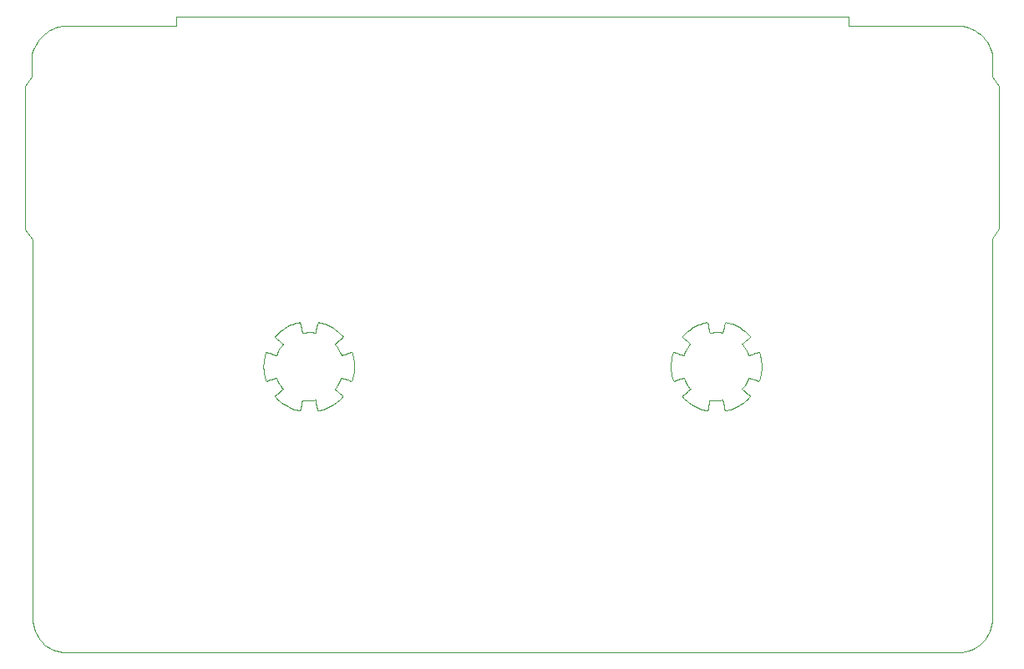
<source format=gbr>
G04 #@! TF.GenerationSoftware,KiCad,Pcbnew,5.1.2-f72e74a~84~ubuntu16.04.1*
G04 #@! TF.CreationDate,2019-05-11T14:37:21+08:00*
G04 #@! TF.ProjectId,MixtapeNEO-3000,4d697874-6170-4654-9e45-4f2d33303030,rev?*
G04 #@! TF.SameCoordinates,Original*
G04 #@! TF.FileFunction,Profile,NP*
%FSLAX46Y46*%
G04 Gerber Fmt 4.6, Leading zero omitted, Abs format (unit mm)*
G04 Created by KiCad (PCBNEW 5.1.2-f72e74a~84~ubuntu16.04.1) date 2019-05-11 14:37:21*
%MOMM*%
%LPD*%
G04 APERTURE LIST*
%ADD10C,0.100000*%
G04 APERTURE END LIST*
D10*
X115926808Y-67708453D02*
X115926808Y-67708453D01*
X184104545Y-67708453D02*
X115926808Y-67708453D01*
X184104545Y-68683069D02*
X184104545Y-67708453D01*
X195201687Y-68683069D02*
X184104545Y-68683069D01*
X195562167Y-68702121D02*
X195201687Y-68683069D01*
X195911634Y-68757941D02*
X195562167Y-68702121D01*
X196248381Y-68848523D02*
X195911634Y-68757941D01*
X196570702Y-68971860D02*
X196248381Y-68848523D01*
X196876889Y-69125948D02*
X196570702Y-68971860D01*
X197165235Y-69308781D02*
X196876889Y-69125948D01*
X197434034Y-69518353D02*
X197165235Y-69308781D01*
X197681578Y-69752659D02*
X197434034Y-69518353D01*
X197906161Y-70009691D02*
X197681578Y-69752659D01*
X198106075Y-70287447D02*
X197906161Y-70009691D01*
X198279614Y-70583918D02*
X198106075Y-70287447D01*
X198425069Y-70897099D02*
X198279614Y-70583918D01*
X198540736Y-71224986D02*
X198425069Y-70897099D01*
X198624905Y-71565572D02*
X198540736Y-71224986D01*
X198675872Y-71916851D02*
X198624905Y-71565572D01*
X198691928Y-72276819D02*
X198675872Y-71916851D01*
X198691928Y-72280719D02*
X198691928Y-72276819D01*
X198691928Y-73491656D02*
X198691928Y-72280719D01*
X198691928Y-73860796D02*
X198691928Y-73491656D01*
X199348178Y-74737749D02*
X198691928Y-73860796D01*
X199322778Y-89257280D02*
X199348178Y-74737749D01*
X198668478Y-90274858D02*
X199322778Y-89257280D01*
X198668478Y-91104936D02*
X198668478Y-90274858D01*
X198668478Y-128752846D02*
X198668478Y-91104936D01*
X198650738Y-129110207D02*
X198668478Y-128752846D01*
X198598648Y-129458089D02*
X198650738Y-129110207D01*
X198513878Y-129794619D02*
X198598648Y-129458089D01*
X198398109Y-130117924D02*
X198513878Y-129794619D01*
X198253018Y-130426130D02*
X198398109Y-130117924D01*
X198080283Y-130717364D02*
X198253018Y-130426130D01*
X197881583Y-130989753D02*
X198080283Y-130717364D01*
X197658595Y-131241422D02*
X197881583Y-130989753D01*
X197412996Y-131470500D02*
X197658595Y-131241422D01*
X197146466Y-131675112D02*
X197412996Y-131470500D01*
X196860682Y-131853384D02*
X197146466Y-131675112D01*
X196557322Y-132003445D02*
X196860682Y-131853384D01*
X196238063Y-132123420D02*
X196557322Y-132003445D01*
X195904584Y-132211430D02*
X196238063Y-132123420D01*
X195558563Y-132265610D02*
X195904584Y-132211430D01*
X195201677Y-132284090D02*
X195558563Y-132265610D01*
X104740740Y-132284090D02*
X195201677Y-132284090D01*
X104385231Y-132265210D02*
X104740740Y-132284090D01*
X104043093Y-132209920D02*
X104385231Y-132265210D01*
X103715633Y-132120270D02*
X104043093Y-132209920D01*
X103404158Y-131998293D02*
X103715633Y-132120270D01*
X103109975Y-131846036D02*
X103404158Y-131998293D01*
X102834392Y-131665541D02*
X103109975Y-131846036D01*
X102578717Y-131458850D02*
X102834392Y-131665541D01*
X102344256Y-131228005D02*
X102578717Y-131458850D01*
X102132316Y-130975049D02*
X102344256Y-131228005D01*
X101944206Y-130702022D02*
X102132316Y-130975049D01*
X101781233Y-130410968D02*
X101944206Y-130702022D01*
X101644704Y-130103929D02*
X101781233Y-130410968D01*
X101535927Y-129782946D02*
X101644704Y-130103929D01*
X101456208Y-129450062D02*
X101535927Y-129782946D01*
X101406855Y-129107319D02*
X101456208Y-129450062D01*
X101389176Y-128756759D02*
X101406855Y-129107319D01*
X101389176Y-128754759D02*
X101389176Y-128756759D01*
X101389176Y-91841264D02*
X101389176Y-128754759D01*
X101389176Y-90306108D02*
X101389176Y-91841264D01*
X100617691Y-89290483D02*
X101389176Y-90306108D01*
X100590351Y-74735796D02*
X100617691Y-89290483D01*
X101256368Y-73858843D02*
X100590351Y-74735796D01*
X101256368Y-73593218D02*
X101256368Y-73858843D01*
X101256368Y-72276812D02*
X101256368Y-73593218D01*
X101274072Y-71917836D02*
X101256368Y-72276812D01*
X101326092Y-71567293D02*
X101274072Y-71917836D01*
X101410790Y-71227214D02*
X101326092Y-71567293D01*
X101526530Y-70899632D02*
X101410790Y-71227214D01*
X101671674Y-70586578D02*
X101526530Y-70899632D01*
X101844586Y-70290085D02*
X101671674Y-70586578D01*
X102043628Y-70012184D02*
X101844586Y-70290085D01*
X102267164Y-69754909D02*
X102043628Y-70012184D01*
X102513555Y-69520290D02*
X102267164Y-69754909D01*
X102781165Y-69310361D02*
X102513555Y-69520290D01*
X103068357Y-69127154D02*
X102781165Y-69310361D01*
X103373494Y-68972700D02*
X103068357Y-69127154D01*
X103694938Y-68849031D02*
X103373494Y-68972700D01*
X104031052Y-68758181D02*
X103694938Y-68849031D01*
X104380200Y-68702180D02*
X104031052Y-68758181D01*
X104740743Y-68683062D02*
X104380200Y-68702180D01*
X115926808Y-68683062D02*
X104740743Y-68683062D01*
X115926808Y-67708453D02*
X115926808Y-68683062D01*
X171501473Y-98968091D02*
X171501477Y-98968086D01*
X171501473Y-98968091D02*
X171501473Y-98968091D01*
X171541943Y-98862500D02*
X171501473Y-98968091D01*
X171580543Y-98789210D02*
X171541943Y-98862500D01*
X171607313Y-98767260D02*
X171580543Y-98789210D01*
X171643423Y-98756490D02*
X171607313Y-98767260D01*
X171756722Y-98772640D02*
X171643423Y-98756490D01*
X171938263Y-98821330D02*
X171756722Y-98772640D01*
X172117202Y-98877250D02*
X171938263Y-98821330D01*
X172293362Y-98940280D02*
X172117202Y-98877250D01*
X172466533Y-99010300D02*
X172293362Y-98940280D01*
X172636513Y-99087200D02*
X172466533Y-99010300D01*
X172803112Y-99170860D02*
X172636513Y-99087200D01*
X172966122Y-99261160D02*
X172803112Y-99170860D01*
X173125342Y-99357990D02*
X172966122Y-99261160D01*
X173280563Y-99461227D02*
X173125342Y-99357990D01*
X173431593Y-99570760D02*
X173280563Y-99461227D01*
X173578233Y-99686469D02*
X173431593Y-99570760D01*
X173720282Y-99808239D02*
X173578233Y-99686469D01*
X173857523Y-99935950D02*
X173720282Y-99808239D01*
X173989783Y-100069488D02*
X173857523Y-99935950D01*
X174116823Y-100208737D02*
X173989783Y-100069488D01*
X174074423Y-100274367D02*
X174116823Y-100208737D01*
X173950924Y-100382887D02*
X174074423Y-100274367D01*
X173827934Y-100491407D02*
X173950924Y-100382887D01*
X173704424Y-100599927D02*
X173827934Y-100491407D01*
X173580914Y-100707930D02*
X173704424Y-100599927D01*
X173457414Y-100816966D02*
X173580914Y-100707930D01*
X173333913Y-100925483D02*
X173457414Y-100816966D01*
X173285313Y-100968373D02*
X173333913Y-100925483D01*
X173332313Y-101019533D02*
X173285313Y-100968373D01*
X173540564Y-101296520D02*
X173332313Y-101019533D01*
X173670784Y-101504774D02*
X173540564Y-101296520D01*
X173829434Y-101813799D02*
X173670784Y-101504774D01*
X173947777Y-102116100D02*
X173829434Y-101813799D01*
X174006177Y-102096460D02*
X173947777Y-102116100D01*
X174162757Y-102043760D02*
X174006177Y-102096460D01*
X174318817Y-101991050D02*
X174162757Y-102043760D01*
X174475397Y-101937820D02*
X174318817Y-101991050D01*
X174631457Y-101885110D02*
X174475397Y-101937820D01*
X174788037Y-101832400D02*
X174631457Y-101885110D01*
X174944617Y-101779180D02*
X174788037Y-101832400D01*
X175027317Y-101801420D02*
X174944617Y-101779180D01*
X175055517Y-101888680D02*
X175027317Y-101801420D01*
X175081917Y-101976430D02*
X175055517Y-101888680D01*
X175106617Y-102064630D02*
X175081917Y-101976430D01*
X175129517Y-102153260D02*
X175106617Y-102064630D01*
X175150617Y-102242300D02*
X175129517Y-102153260D01*
X175169917Y-102331710D02*
X175150617Y-102242300D01*
X175187417Y-102421470D02*
X175169917Y-102331710D01*
X175203217Y-102511560D02*
X175187417Y-102421470D01*
X175217217Y-102601940D02*
X175203217Y-102511560D01*
X175229417Y-102692590D02*
X175217217Y-102601940D01*
X175239817Y-102783480D02*
X175229417Y-102692590D01*
X175248817Y-102874580D02*
X175239817Y-102783480D01*
X175255817Y-102965880D02*
X175248817Y-102874580D01*
X175260817Y-103057330D02*
X175255817Y-102965880D01*
X175263817Y-103148920D02*
X175260817Y-103057330D01*
X175264817Y-103240620D02*
X175263817Y-103148920D01*
X175263817Y-103333180D02*
X175264817Y-103240620D01*
X175260817Y-103425640D02*
X175263817Y-103333180D01*
X175255817Y-103517960D02*
X175260817Y-103425640D01*
X175248817Y-103610120D02*
X175255817Y-103517960D01*
X175239817Y-103702090D02*
X175248817Y-103610120D01*
X175229417Y-103793840D02*
X175239817Y-103702090D01*
X175217217Y-103885340D02*
X175229417Y-103793840D01*
X175203117Y-103976570D02*
X175217217Y-103885340D01*
X175187217Y-104067500D02*
X175203117Y-103976570D01*
X175169517Y-104158100D02*
X175187217Y-104067500D01*
X175149917Y-104248350D02*
X175169517Y-104158100D01*
X175128517Y-104338210D02*
X175149917Y-104248350D01*
X175105317Y-104427660D02*
X175128517Y-104338210D01*
X175080317Y-104516670D02*
X175105317Y-104427660D01*
X175053517Y-104605210D02*
X175080317Y-104516670D01*
X175024917Y-104693260D02*
X175053517Y-104605210D01*
X174944817Y-104713920D02*
X175024917Y-104693260D01*
X174787197Y-104660690D02*
X174944817Y-104713920D01*
X174629067Y-104607470D02*
X174787197Y-104660690D01*
X174471467Y-104553720D02*
X174629067Y-104607470D01*
X174313847Y-104501010D02*
X174471467Y-104553720D01*
X174156237Y-104447270D02*
X174313847Y-104501010D01*
X173998107Y-104394040D02*
X174156237Y-104447270D01*
X173941307Y-104374910D02*
X173998107Y-104394040D01*
X173892707Y-104516504D02*
X173941307Y-104374910D01*
X173749047Y-104832765D02*
X173892707Y-104516504D01*
X173574897Y-105132489D02*
X173749047Y-104832765D01*
X173371807Y-105413608D02*
X173574897Y-105132489D01*
X173279307Y-105520061D02*
X173371807Y-105413608D01*
X173325307Y-105560881D02*
X173279307Y-105520061D01*
X173449847Y-105670954D02*
X173325307Y-105560881D01*
X173575417Y-105780507D02*
X173449847Y-105670954D01*
X173700477Y-105890579D02*
X173575417Y-105780507D01*
X173825016Y-106000648D02*
X173700477Y-105890579D01*
X173950066Y-106110721D02*
X173825016Y-106000648D01*
X174075646Y-106219757D02*
X173950066Y-106110721D01*
X174095846Y-106296757D02*
X174075646Y-106219757D01*
X173969816Y-106432585D02*
X174095846Y-106296757D01*
X173838816Y-106562861D02*
X173969816Y-106432585D01*
X173703016Y-106687480D02*
X173838816Y-106562861D01*
X173562606Y-106806320D02*
X173703016Y-106687480D01*
X173417796Y-106919280D02*
X173562606Y-106806320D01*
X173268766Y-107026253D02*
X173417796Y-106919280D01*
X173115706Y-107127122D02*
X173268766Y-107026253D01*
X172958806Y-107221772D02*
X173115706Y-107127122D01*
X172798266Y-107310112D02*
X172958806Y-107221772D01*
X172634276Y-107392012D02*
X172798266Y-107310112D01*
X172467026Y-107467372D02*
X172634276Y-107392012D01*
X172296696Y-107536072D02*
X172467026Y-107467372D01*
X172123486Y-107598012D02*
X172296696Y-107536072D01*
X171947596Y-107653072D02*
X172123486Y-107598012D01*
X171769206Y-107701152D02*
X171947596Y-107653072D01*
X171588505Y-107742142D02*
X171769206Y-107701152D01*
X171534205Y-107686852D02*
X171588505Y-107742142D01*
X171502205Y-107525105D02*
X171534205Y-107686852D01*
X171469605Y-107362841D02*
X171502205Y-107525105D01*
X171437005Y-107201094D02*
X171469605Y-107362841D01*
X171404405Y-107039350D02*
X171437005Y-107201094D01*
X171371805Y-106876567D02*
X171404405Y-107039350D01*
X171339805Y-106714819D02*
X171371805Y-106876567D01*
X171325905Y-106645569D02*
X171339805Y-106714819D01*
X171092856Y-106685879D02*
X171325905Y-106645569D01*
X170746105Y-106710659D02*
X171092856Y-106685879D01*
X170399875Y-106701859D02*
X170746105Y-106710659D01*
X170055196Y-106657939D02*
X170399875Y-106701859D01*
X170002996Y-106647099D02*
X170055196Y-106657939D01*
X169987996Y-106720479D02*
X170002996Y-106647099D01*
X169955996Y-106881193D02*
X169987996Y-106720479D01*
X169923996Y-107042421D02*
X169955996Y-106881193D01*
X169891396Y-107203658D02*
X169923996Y-107042421D01*
X169858796Y-107364886D02*
X169891396Y-107203658D01*
X169826796Y-107526633D02*
X169858796Y-107364886D01*
X169794196Y-107687863D02*
X169826796Y-107526633D01*
X169737396Y-107745743D02*
X169794196Y-107687863D01*
X169556766Y-107704423D02*
X169737396Y-107745743D01*
X169378455Y-107656013D02*
X169556766Y-107704423D01*
X169202655Y-107600623D02*
X169378455Y-107656013D01*
X169029555Y-107538363D02*
X169202655Y-107600623D01*
X168859356Y-107469343D02*
X169029555Y-107538363D01*
X168692236Y-107393673D02*
X168859356Y-107469343D01*
X168528386Y-107311473D02*
X168692236Y-107393673D01*
X168368006Y-107222843D02*
X168528386Y-107311473D01*
X168211276Y-107127893D02*
X168368006Y-107222843D01*
X168058396Y-107026739D02*
X168211276Y-107127893D01*
X167909556Y-106919492D02*
X168058396Y-107026739D01*
X167764946Y-106806259D02*
X167909556Y-106919492D01*
X167624756Y-106687149D02*
X167764946Y-106806259D01*
X167489186Y-106562283D02*
X167624756Y-106687149D01*
X167358416Y-106431761D02*
X167489186Y-106562283D01*
X167232636Y-106295696D02*
X167358416Y-106431761D01*
X167253336Y-106220246D02*
X167232636Y-106295696D01*
X167376846Y-106111726D02*
X167253336Y-106220246D01*
X167499836Y-106003206D02*
X167376846Y-106111726D01*
X167623336Y-105894683D02*
X167499836Y-106003206D01*
X167746846Y-105786165D02*
X167623336Y-105894683D01*
X167870356Y-105677642D02*
X167746846Y-105786165D01*
X167993856Y-105569122D02*
X167870356Y-105677642D01*
X168050156Y-105520032D02*
X167993856Y-105569122D01*
X167996956Y-105462152D02*
X168050156Y-105520032D01*
X167788186Y-105184651D02*
X167996956Y-105462152D01*
X167657966Y-104976394D02*
X167788186Y-105184651D01*
X167500346Y-104667885D02*
X167657966Y-104976394D01*
X167385106Y-104375399D02*
X167500346Y-104667885D01*
X167322006Y-104396589D02*
X167385106Y-104375399D01*
X167165946Y-104449819D02*
X167322006Y-104396589D01*
X167009366Y-104502529D02*
X167165946Y-104449819D01*
X166853306Y-104555239D02*
X167009366Y-104502529D01*
X166696726Y-104607949D02*
X166853306Y-104555239D01*
X166540146Y-104660659D02*
X166696726Y-104607949D01*
X166384086Y-104713889D02*
X166540146Y-104660659D01*
X166305486Y-104693229D02*
X166384086Y-104713889D01*
X166276786Y-104605199D02*
X166305486Y-104693229D01*
X166249886Y-104516669D02*
X166276786Y-104605199D01*
X166224786Y-104427679D02*
X166249886Y-104516669D01*
X166201486Y-104338239D02*
X166224786Y-104427679D01*
X166179986Y-104248389D02*
X166201486Y-104338239D01*
X166160286Y-104158159D02*
X166179986Y-104248389D01*
X166142386Y-104067559D02*
X166160286Y-104158159D01*
X166126286Y-103976629D02*
X166142386Y-104067559D01*
X166112086Y-103885399D02*
X166126286Y-103976629D01*
X166099686Y-103793889D02*
X166112086Y-103885399D01*
X166089086Y-103702129D02*
X166099686Y-103793889D01*
X166080086Y-103610149D02*
X166089086Y-103702129D01*
X166073086Y-103517979D02*
X166080086Y-103610149D01*
X166068086Y-103425649D02*
X166073086Y-103517979D01*
X166065086Y-103333179D02*
X166068086Y-103425649D01*
X166064086Y-103240599D02*
X166065086Y-103333179D01*
X166065086Y-103148989D02*
X166064086Y-103240599D01*
X166068086Y-103057489D02*
X166065086Y-103148989D01*
X166073086Y-102966119D02*
X166068086Y-103057489D01*
X166080086Y-102874909D02*
X166073086Y-102966119D01*
X166088086Y-102783879D02*
X166080086Y-102874909D01*
X166098286Y-102693059D02*
X166088086Y-102783879D01*
X166110286Y-102602479D02*
X166098286Y-102693059D01*
X166124086Y-102512169D02*
X166110286Y-102602479D01*
X166139686Y-102422149D02*
X166124086Y-102512169D01*
X166157086Y-102332449D02*
X166139686Y-102422149D01*
X166176286Y-102243089D02*
X166157086Y-102332449D01*
X166197286Y-102154109D02*
X166176286Y-102243089D01*
X166219986Y-102065529D02*
X166197286Y-102154109D01*
X166244486Y-101977369D02*
X166219986Y-102065529D01*
X166270786Y-101889669D02*
X166244486Y-101977369D01*
X166298786Y-101802449D02*
X166270786Y-101889669D01*
X166384086Y-101779729D02*
X166298786Y-101802449D01*
X166541696Y-101832949D02*
X166384086Y-101779729D01*
X166699316Y-101886179D02*
X166541696Y-101832949D01*
X166856926Y-101939409D02*
X166699316Y-101886179D01*
X167014536Y-101992639D02*
X166856926Y-101939409D01*
X167172147Y-102045869D02*
X167014536Y-101992639D01*
X167330277Y-102099099D02*
X167172147Y-102045869D01*
X167383477Y-102117189D02*
X167330277Y-102099099D01*
X167435677Y-101964744D02*
X167383477Y-102117189D01*
X167579347Y-101649002D02*
X167435677Y-101964744D01*
X167754007Y-101348760D02*
X167579347Y-101649002D01*
X167957097Y-101067641D02*
X167754007Y-101348760D01*
X168042897Y-100968421D02*
X167957097Y-101067641D01*
X168002597Y-100932771D02*
X168042897Y-100968421D01*
X167878057Y-100823215D02*
X168002597Y-100932771D01*
X167752477Y-100713659D02*
X167878057Y-100823215D01*
X167627937Y-100603590D02*
X167752477Y-100713659D01*
X167503397Y-100493520D02*
X167627937Y-100603590D01*
X167378347Y-100383964D02*
X167503397Y-100493520D01*
X167253807Y-100273895D02*
X167378347Y-100383964D01*
X167229507Y-100188115D02*
X167253807Y-100273895D01*
X167355227Y-100052440D02*
X167229507Y-100188115D01*
X167485927Y-99922290D02*
X167355227Y-100052440D01*
X167621407Y-99797779D02*
X167485927Y-99922290D01*
X167761477Y-99679017D02*
X167621407Y-99797779D01*
X167905947Y-99566112D02*
X167761477Y-99679017D01*
X168054627Y-99459172D02*
X167905947Y-99566112D01*
X168207327Y-99358314D02*
X168054627Y-99459172D01*
X168363857Y-99263644D02*
X168207327Y-99358314D01*
X168524026Y-99175274D02*
X168363857Y-99263644D01*
X168687647Y-99093304D02*
X168524026Y-99175274D01*
X168854526Y-99017854D02*
X168687647Y-99093304D01*
X169024476Y-98949034D02*
X168854526Y-99017854D01*
X169197296Y-98886944D02*
X169024476Y-98949034D01*
X169372826Y-98831704D02*
X169197296Y-98886944D01*
X169550836Y-98783424D02*
X169372826Y-98831704D01*
X169731166Y-98742204D02*
X169550836Y-98783424D01*
X169795266Y-98806284D02*
X169731166Y-98742204D01*
X169827866Y-98968545D02*
X169795266Y-98806284D01*
X169859866Y-99130811D02*
X169827866Y-98968545D01*
X169892466Y-99293075D02*
X169859866Y-99130811D01*
X169925066Y-99454822D02*
X169892466Y-99293075D01*
X169957666Y-99617086D02*
X169925066Y-99454822D01*
X169990266Y-99778833D02*
X169957666Y-99617086D01*
X170002766Y-99836763D02*
X169990266Y-99778833D01*
X170236856Y-99795933D02*
X170002766Y-99836763D01*
X170582566Y-99770613D02*
X170236856Y-99795933D01*
X170929836Y-99779413D02*
X170582566Y-99770613D01*
X171273477Y-99823333D02*
X170929836Y-99779413D01*
X171327777Y-99834703D02*
X171273477Y-99823333D01*
X171340177Y-99773723D02*
X171327777Y-99834703D01*
X171371677Y-99613009D02*
X171340177Y-99773723D01*
X171404277Y-99451778D02*
X171371677Y-99613009D01*
X171436277Y-99290544D02*
X171404277Y-99451778D01*
X171468877Y-99129314D02*
X171436277Y-99290544D01*
X171501477Y-98968086D02*
X171468877Y-99129314D01*
X130209937Y-98968091D02*
X130209941Y-98968086D01*
X130209937Y-98968091D02*
X130209937Y-98968091D01*
X130250407Y-98862500D02*
X130209937Y-98968091D01*
X130289007Y-98789210D02*
X130250407Y-98862500D01*
X130315777Y-98767260D02*
X130289007Y-98789210D01*
X130351887Y-98756490D02*
X130315777Y-98767260D01*
X130465186Y-98772640D02*
X130351887Y-98756490D01*
X130646727Y-98821330D02*
X130465186Y-98772640D01*
X130825666Y-98877250D02*
X130646727Y-98821330D01*
X131001826Y-98940280D02*
X130825666Y-98877250D01*
X131174997Y-99010300D02*
X131001826Y-98940280D01*
X131344977Y-99087200D02*
X131174997Y-99010300D01*
X131511576Y-99170860D02*
X131344977Y-99087200D01*
X131674586Y-99261160D02*
X131511576Y-99170860D01*
X131833806Y-99357990D02*
X131674586Y-99261160D01*
X131989027Y-99461227D02*
X131833806Y-99357990D01*
X132140057Y-99570760D02*
X131989027Y-99461227D01*
X132286697Y-99686469D02*
X132140057Y-99570760D01*
X132428746Y-99808239D02*
X132286697Y-99686469D01*
X132565987Y-99935950D02*
X132428746Y-99808239D01*
X132698247Y-100069488D02*
X132565987Y-99935950D01*
X132825287Y-100208737D02*
X132698247Y-100069488D01*
X132782887Y-100274367D02*
X132825287Y-100208737D01*
X132659388Y-100382887D02*
X132782887Y-100274367D01*
X132536398Y-100491407D02*
X132659388Y-100382887D01*
X132412888Y-100599927D02*
X132536398Y-100491407D01*
X132289378Y-100707930D02*
X132412888Y-100599927D01*
X132165878Y-100816966D02*
X132289378Y-100707930D01*
X132042377Y-100925483D02*
X132165878Y-100816966D01*
X131993777Y-100968373D02*
X132042377Y-100925483D01*
X132040777Y-101019533D02*
X131993777Y-100968373D01*
X132249028Y-101296520D02*
X132040777Y-101019533D01*
X132379248Y-101504774D02*
X132249028Y-101296520D01*
X132537898Y-101813799D02*
X132379248Y-101504774D01*
X132656241Y-102116100D02*
X132537898Y-101813799D01*
X132714641Y-102096460D02*
X132656241Y-102116100D01*
X132871221Y-102043760D02*
X132714641Y-102096460D01*
X133027281Y-101991050D02*
X132871221Y-102043760D01*
X133183861Y-101937820D02*
X133027281Y-101991050D01*
X133339921Y-101885110D02*
X133183861Y-101937820D01*
X133496501Y-101832400D02*
X133339921Y-101885110D01*
X133653081Y-101779180D02*
X133496501Y-101832400D01*
X133735781Y-101801420D02*
X133653081Y-101779180D01*
X133763981Y-101888680D02*
X133735781Y-101801420D01*
X133790381Y-101976430D02*
X133763981Y-101888680D01*
X133815081Y-102064630D02*
X133790381Y-101976430D01*
X133837981Y-102153260D02*
X133815081Y-102064630D01*
X133859081Y-102242300D02*
X133837981Y-102153260D01*
X133878381Y-102331710D02*
X133859081Y-102242300D01*
X133895881Y-102421470D02*
X133878381Y-102331710D01*
X133911681Y-102511560D02*
X133895881Y-102421470D01*
X133925681Y-102601940D02*
X133911681Y-102511560D01*
X133937881Y-102692590D02*
X133925681Y-102601940D01*
X133948281Y-102783480D02*
X133937881Y-102692590D01*
X133957281Y-102874580D02*
X133948281Y-102783480D01*
X133964281Y-102965880D02*
X133957281Y-102874580D01*
X133969281Y-103057330D02*
X133964281Y-102965880D01*
X133972281Y-103148920D02*
X133969281Y-103057330D01*
X133973281Y-103240620D02*
X133972281Y-103148920D01*
X133972281Y-103333180D02*
X133973281Y-103240620D01*
X133969281Y-103425640D02*
X133972281Y-103333180D01*
X133964281Y-103517960D02*
X133969281Y-103425640D01*
X133957281Y-103610120D02*
X133964281Y-103517960D01*
X133948281Y-103702090D02*
X133957281Y-103610120D01*
X133937881Y-103793840D02*
X133948281Y-103702090D01*
X133925681Y-103885340D02*
X133937881Y-103793840D01*
X133911581Y-103976570D02*
X133925681Y-103885340D01*
X133895681Y-104067500D02*
X133911581Y-103976570D01*
X133877981Y-104158100D02*
X133895681Y-104067500D01*
X133858381Y-104248350D02*
X133877981Y-104158100D01*
X133836981Y-104338210D02*
X133858381Y-104248350D01*
X133813781Y-104427660D02*
X133836981Y-104338210D01*
X133788781Y-104516670D02*
X133813781Y-104427660D01*
X133761981Y-104605210D02*
X133788781Y-104516670D01*
X133733381Y-104693260D02*
X133761981Y-104605210D01*
X133653281Y-104713920D02*
X133733381Y-104693260D01*
X133495661Y-104660690D02*
X133653281Y-104713920D01*
X133337531Y-104607470D02*
X133495661Y-104660690D01*
X133179931Y-104553720D02*
X133337531Y-104607470D01*
X133022311Y-104501010D02*
X133179931Y-104553720D01*
X132864701Y-104447270D02*
X133022311Y-104501010D01*
X132706571Y-104394040D02*
X132864701Y-104447270D01*
X132649771Y-104374910D02*
X132706571Y-104394040D01*
X132601171Y-104516504D02*
X132649771Y-104374910D01*
X132457511Y-104832765D02*
X132601171Y-104516504D01*
X132283361Y-105132489D02*
X132457511Y-104832765D01*
X132080271Y-105413608D02*
X132283361Y-105132489D01*
X131987771Y-105520061D02*
X132080271Y-105413608D01*
X132033771Y-105560881D02*
X131987771Y-105520061D01*
X132158311Y-105670954D02*
X132033771Y-105560881D01*
X132283881Y-105780507D02*
X132158311Y-105670954D01*
X132408941Y-105890579D02*
X132283881Y-105780507D01*
X132533480Y-106000648D02*
X132408941Y-105890579D01*
X132658530Y-106110721D02*
X132533480Y-106000648D01*
X132784110Y-106219757D02*
X132658530Y-106110721D01*
X132804310Y-106296757D02*
X132784110Y-106219757D01*
X132678280Y-106432585D02*
X132804310Y-106296757D01*
X132547280Y-106562861D02*
X132678280Y-106432585D01*
X132411480Y-106687480D02*
X132547280Y-106562861D01*
X132271070Y-106806320D02*
X132411480Y-106687480D01*
X132126260Y-106919280D02*
X132271070Y-106806320D01*
X131977230Y-107026253D02*
X132126260Y-106919280D01*
X131824170Y-107127122D02*
X131977230Y-107026253D01*
X131667270Y-107221772D02*
X131824170Y-107127122D01*
X131506730Y-107310112D02*
X131667270Y-107221772D01*
X131342740Y-107392012D02*
X131506730Y-107310112D01*
X131175490Y-107467372D02*
X131342740Y-107392012D01*
X131005160Y-107536072D02*
X131175490Y-107467372D01*
X130831950Y-107598012D02*
X131005160Y-107536072D01*
X130656060Y-107653072D02*
X130831950Y-107598012D01*
X130477670Y-107701152D02*
X130656060Y-107653072D01*
X130296969Y-107742142D02*
X130477670Y-107701152D01*
X130242669Y-107686852D02*
X130296969Y-107742142D01*
X130210669Y-107525105D02*
X130242669Y-107686852D01*
X130178069Y-107362841D02*
X130210669Y-107525105D01*
X130145469Y-107201094D02*
X130178069Y-107362841D01*
X130112869Y-107039350D02*
X130145469Y-107201094D01*
X130080269Y-106876567D02*
X130112869Y-107039350D01*
X130048269Y-106714819D02*
X130080269Y-106876567D01*
X130034369Y-106645569D02*
X130048269Y-106714819D01*
X129801320Y-106685879D02*
X130034369Y-106645569D01*
X129454569Y-106710659D02*
X129801320Y-106685879D01*
X129108339Y-106701859D02*
X129454569Y-106710659D01*
X128763660Y-106657939D02*
X129108339Y-106701859D01*
X128711460Y-106647099D02*
X128763660Y-106657939D01*
X128696460Y-106720479D02*
X128711460Y-106647099D01*
X128664460Y-106881193D02*
X128696460Y-106720479D01*
X128632460Y-107042421D02*
X128664460Y-106881193D01*
X128599860Y-107203658D02*
X128632460Y-107042421D01*
X128567260Y-107364886D02*
X128599860Y-107203658D01*
X128535260Y-107526633D02*
X128567260Y-107364886D01*
X128502660Y-107687863D02*
X128535260Y-107526633D01*
X128445860Y-107745743D02*
X128502660Y-107687863D01*
X128265230Y-107704423D02*
X128445860Y-107745743D01*
X128086919Y-107656013D02*
X128265230Y-107704423D01*
X127911119Y-107600623D02*
X128086919Y-107656013D01*
X127738019Y-107538363D02*
X127911119Y-107600623D01*
X127567820Y-107469343D02*
X127738019Y-107538363D01*
X127400700Y-107393673D02*
X127567820Y-107469343D01*
X127236850Y-107311473D02*
X127400700Y-107393673D01*
X127076470Y-107222843D02*
X127236850Y-107311473D01*
X126919740Y-107127893D02*
X127076470Y-107222843D01*
X126766860Y-107026739D02*
X126919740Y-107127893D01*
X126618020Y-106919492D02*
X126766860Y-107026739D01*
X126473410Y-106806259D02*
X126618020Y-106919492D01*
X126333220Y-106687149D02*
X126473410Y-106806259D01*
X126197650Y-106562283D02*
X126333220Y-106687149D01*
X126066880Y-106431761D02*
X126197650Y-106562283D01*
X125941100Y-106295696D02*
X126066880Y-106431761D01*
X125961800Y-106220246D02*
X125941100Y-106295696D01*
X126085310Y-106111726D02*
X125961800Y-106220246D01*
X126208300Y-106003206D02*
X126085310Y-106111726D01*
X126331800Y-105894683D02*
X126208300Y-106003206D01*
X126455310Y-105786165D02*
X126331800Y-105894683D01*
X126578820Y-105677642D02*
X126455310Y-105786165D01*
X126702320Y-105569122D02*
X126578820Y-105677642D01*
X126758620Y-105520032D02*
X126702320Y-105569122D01*
X126705420Y-105462152D02*
X126758620Y-105520032D01*
X126496650Y-105184651D02*
X126705420Y-105462152D01*
X126366430Y-104976394D02*
X126496650Y-105184651D01*
X126208810Y-104667885D02*
X126366430Y-104976394D01*
X126093570Y-104375399D02*
X126208810Y-104667885D01*
X126030470Y-104396589D02*
X126093570Y-104375399D01*
X125874410Y-104449819D02*
X126030470Y-104396589D01*
X125717830Y-104502529D02*
X125874410Y-104449819D01*
X125561770Y-104555239D02*
X125717830Y-104502529D01*
X125405190Y-104607949D02*
X125561770Y-104555239D01*
X125248610Y-104660659D02*
X125405190Y-104607949D01*
X125092550Y-104713889D02*
X125248610Y-104660659D01*
X125013950Y-104693229D02*
X125092550Y-104713889D01*
X124985250Y-104605199D02*
X125013950Y-104693229D01*
X124958350Y-104516669D02*
X124985250Y-104605199D01*
X124933250Y-104427679D02*
X124958350Y-104516669D01*
X124909950Y-104338239D02*
X124933250Y-104427679D01*
X124888450Y-104248389D02*
X124909950Y-104338239D01*
X124868750Y-104158159D02*
X124888450Y-104248389D01*
X124850850Y-104067559D02*
X124868750Y-104158159D01*
X124834750Y-103976629D02*
X124850850Y-104067559D01*
X124820550Y-103885399D02*
X124834750Y-103976629D01*
X124808150Y-103793889D02*
X124820550Y-103885399D01*
X124797550Y-103702129D02*
X124808150Y-103793889D01*
X124788550Y-103610149D02*
X124797550Y-103702129D01*
X124781550Y-103517979D02*
X124788550Y-103610149D01*
X124776550Y-103425649D02*
X124781550Y-103517979D01*
X124773550Y-103333179D02*
X124776550Y-103425649D01*
X124772550Y-103240599D02*
X124773550Y-103333179D01*
X124773550Y-103148989D02*
X124772550Y-103240599D01*
X124776550Y-103057489D02*
X124773550Y-103148989D01*
X124781550Y-102966119D02*
X124776550Y-103057489D01*
X124788550Y-102874909D02*
X124781550Y-102966119D01*
X124796550Y-102783879D02*
X124788550Y-102874909D01*
X124806750Y-102693059D02*
X124796550Y-102783879D01*
X124818750Y-102602479D02*
X124806750Y-102693059D01*
X124832550Y-102512169D02*
X124818750Y-102602479D01*
X124848150Y-102422149D02*
X124832550Y-102512169D01*
X124865550Y-102332449D02*
X124848150Y-102422149D01*
X124884750Y-102243089D02*
X124865550Y-102332449D01*
X124905750Y-102154109D02*
X124884750Y-102243089D01*
X124928450Y-102065529D02*
X124905750Y-102154109D01*
X124952950Y-101977369D02*
X124928450Y-102065529D01*
X124979250Y-101889669D02*
X124952950Y-101977369D01*
X125007250Y-101802449D02*
X124979250Y-101889669D01*
X125092550Y-101779729D02*
X125007250Y-101802449D01*
X125250160Y-101832949D02*
X125092550Y-101779729D01*
X125407780Y-101886179D02*
X125250160Y-101832949D01*
X125565390Y-101939409D02*
X125407780Y-101886179D01*
X125723000Y-101992639D02*
X125565390Y-101939409D01*
X125880611Y-102045869D02*
X125723000Y-101992639D01*
X126038741Y-102099099D02*
X125880611Y-102045869D01*
X126091941Y-102117189D02*
X126038741Y-102099099D01*
X126144141Y-101964744D02*
X126091941Y-102117189D01*
X126287811Y-101649002D02*
X126144141Y-101964744D01*
X126462471Y-101348760D02*
X126287811Y-101649002D01*
X126665561Y-101067641D02*
X126462471Y-101348760D01*
X126751361Y-100968421D02*
X126665561Y-101067641D01*
X126711061Y-100932771D02*
X126751361Y-100968421D01*
X126586521Y-100823215D02*
X126711061Y-100932771D01*
X126460941Y-100713659D02*
X126586521Y-100823215D01*
X126336401Y-100603590D02*
X126460941Y-100713659D01*
X126211861Y-100493520D02*
X126336401Y-100603590D01*
X126086811Y-100383964D02*
X126211861Y-100493520D01*
X125962271Y-100273895D02*
X126086811Y-100383964D01*
X125937971Y-100188115D02*
X125962271Y-100273895D01*
X126063691Y-100052440D02*
X125937971Y-100188115D01*
X126194391Y-99922290D02*
X126063691Y-100052440D01*
X126329871Y-99797779D02*
X126194391Y-99922290D01*
X126469941Y-99679017D02*
X126329871Y-99797779D01*
X126614411Y-99566112D02*
X126469941Y-99679017D01*
X126763091Y-99459172D02*
X126614411Y-99566112D01*
X126915791Y-99358314D02*
X126763091Y-99459172D01*
X127072321Y-99263644D02*
X126915791Y-99358314D01*
X127232490Y-99175274D02*
X127072321Y-99263644D01*
X127396111Y-99093304D02*
X127232490Y-99175274D01*
X127562990Y-99017854D02*
X127396111Y-99093304D01*
X127732940Y-98949034D02*
X127562990Y-99017854D01*
X127905760Y-98886944D02*
X127732940Y-98949034D01*
X128081290Y-98831704D02*
X127905760Y-98886944D01*
X128259300Y-98783424D02*
X128081290Y-98831704D01*
X128439630Y-98742204D02*
X128259300Y-98783424D01*
X128503730Y-98806284D02*
X128439630Y-98742204D01*
X128536330Y-98968545D02*
X128503730Y-98806284D01*
X128568330Y-99130811D02*
X128536330Y-98968545D01*
X128600930Y-99293075D02*
X128568330Y-99130811D01*
X128633530Y-99454822D02*
X128600930Y-99293075D01*
X128666130Y-99617086D02*
X128633530Y-99454822D01*
X128698730Y-99778833D02*
X128666130Y-99617086D01*
X128711230Y-99836763D02*
X128698730Y-99778833D01*
X128945320Y-99795933D02*
X128711230Y-99836763D01*
X129291030Y-99770613D02*
X128945320Y-99795933D01*
X129638300Y-99779413D02*
X129291030Y-99770613D01*
X129981941Y-99823333D02*
X129638300Y-99779413D01*
X130036241Y-99834703D02*
X129981941Y-99823333D01*
X130048641Y-99773723D02*
X130036241Y-99834703D01*
X130080141Y-99613009D02*
X130048641Y-99773723D01*
X130112741Y-99451778D02*
X130080141Y-99613009D01*
X130144741Y-99290544D02*
X130112741Y-99451778D01*
X130177341Y-99129314D02*
X130144741Y-99290544D01*
X130209941Y-98968086D02*
X130177341Y-99129314D01*
M02*

</source>
